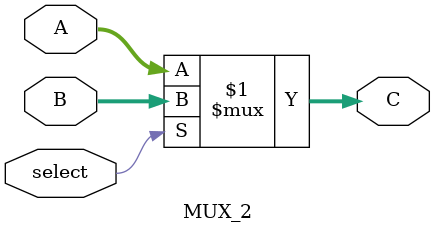
<source format=v>
`timescale 1ns/1ns
module MUX_2(input select,input[4:0] A,B,output[4:0] C);
  assign C=select?B:A;
endmodule
  
  

</source>
